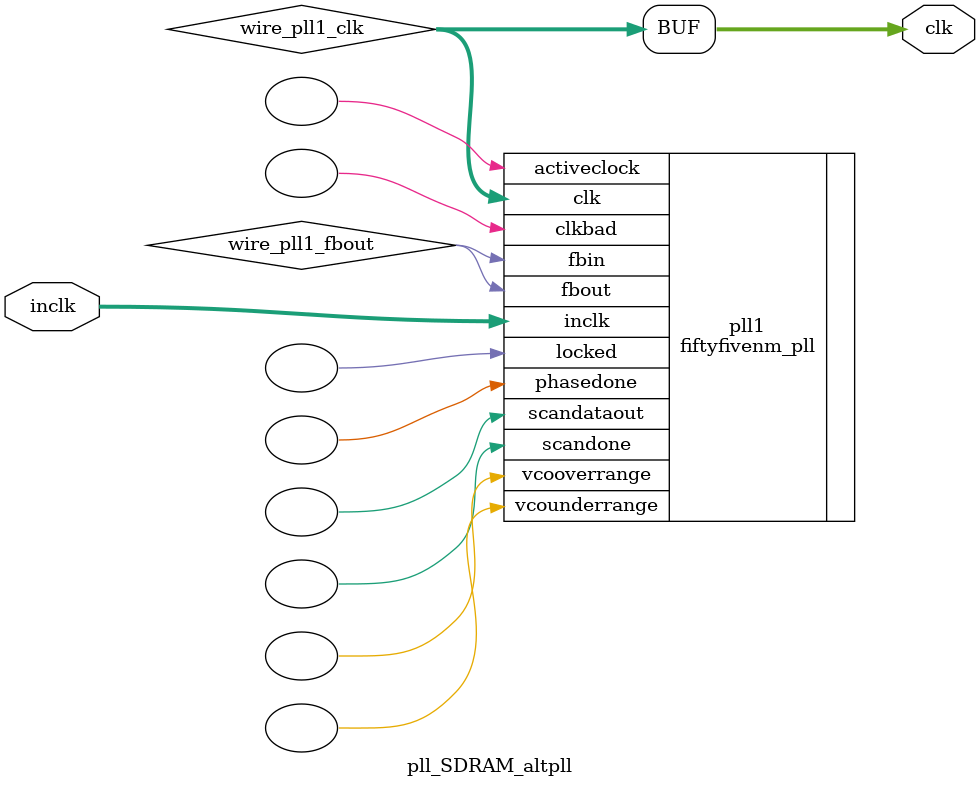
<source format=v>






//synthesis_resources = fiftyfivenm_pll 1 
//synopsys translate_off
`timescale 1 ps / 1 ps
//synopsys translate_on
module  pll_SDRAM_altpll
	( 
	clk,
	inclk) /* synthesis synthesis_clearbox=1 */;
	output   [4:0]  clk;
	input   [1:0]  inclk;
`ifndef ALTERA_RESERVED_QIS
// synopsys translate_off
`endif
	tri0   [1:0]  inclk;
`ifndef ALTERA_RESERVED_QIS
// synopsys translate_on
`endif

	wire  [4:0]   wire_pll1_clk;
	wire  wire_pll1_fbout;

	fiftyfivenm_pll   pll1
	( 
	.activeclock(),
	.clk(wire_pll1_clk),
	.clkbad(),
	.fbin(wire_pll1_fbout),
	.fbout(wire_pll1_fbout),
	.inclk(inclk),
	.locked(),
	.phasedone(),
	.scandataout(),
	.scandone(),
	.vcooverrange(),
	.vcounderrange()
	`ifndef FORMAL_VERIFICATION
	// synopsys translate_off
	`endif
	,
	.areset(1'b0),
	.clkswitch(1'b0),
	.configupdate(1'b0),
	.pfdena(1'b1),
	.phasecounterselect({3{1'b0}}),
	.phasestep(1'b0),
	.phaseupdown(1'b0),
	.scanclk(1'b0),
	.scanclkena(1'b1),
	.scandata(1'b0)
	`ifndef FORMAL_VERIFICATION
	// synopsys translate_on
	`endif
	);
	defparam
		pll1.bandwidth_type = "auto",
		pll1.clk0_divide_by = 1,
		pll1.clk0_duty_cycle = 50,
		pll1.clk0_multiply_by = 1,
		pll1.clk0_phase_shift = "-3000",
		pll1.compensate_clock = "clk0",
		pll1.inclk0_input_frequency = 20000,
		pll1.operation_mode = "normal",
		pll1.pll_type = "auto",
		pll1.lpm_type = "fiftyfivenm_pll";
	assign
		clk = {wire_pll1_clk[4:0]};
endmodule //pll_SDRAM_altpll
//VALID FILE

</source>
